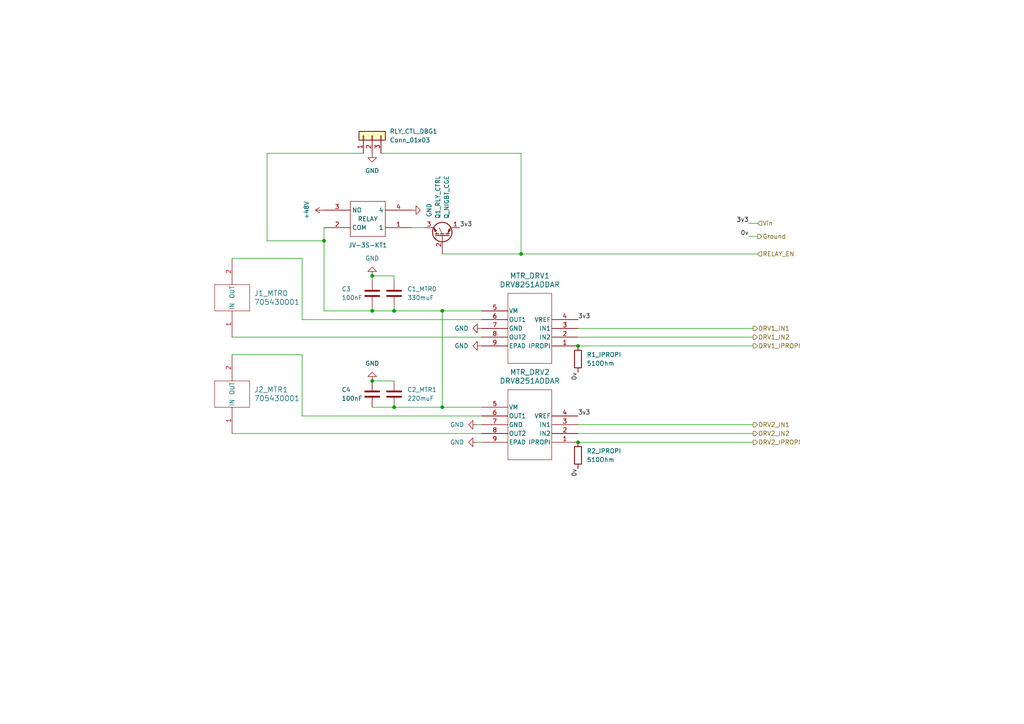
<source format=kicad_sch>
(kicad_sch (version 20230121) (generator eeschema)
  (paper "A4")
  (title_block (title "Motor driver assembly") (rev "1.1"))
  (lib_symbols
    (symbol "70543-0001:705430001" (pin_names (offset 0.254))
      (property "Reference" "J" (at 0 8.89 0))
      (property "Value" "705430001" (at 0 6.35 0))
      (symbol "705430001_0_1"
        (polyline (pts (xy -3.81 -5.08) (xy 3.81 -5.08)) (stroke (width 0.127)))
        (polyline (pts (xy -3.81 5.08) (xy -3.81 -5.08)) (stroke (width 0.127)))
        (polyline (pts (xy 3.81 -5.08) (xy 3.81 5.08)) (stroke (width 0.127)))
        (polyline (pts (xy 3.81 5.08) (xy -3.81 5.08)) (stroke (width 0.127)))
      )
      (symbol "705430001_1_1"
        (pin bidirectional line (at -11.43 0 0) (length 7.62) (name "IN") (number "1"))
        (pin bidirectional line (at 11.43 0 180) (length 7.62) (name "OUT") (number "2"))
      )
    )
    (symbol "705430001_1" (pin_names (offset 0.254))
      (property "Reference" "J" (at 0 8.89 0))
      (property "Value" "705430001" (at 0 6.35 0))
      (symbol "705430001_1_0_1"
        (polyline (pts (xy -3.81 -5.08) (xy 3.81 -5.08)) (stroke (width 0.127)))
        (polyline (pts (xy -3.81 5.08) (xy -3.81 -5.08)) (stroke (width 0.127)))
        (polyline (pts (xy 3.81 -5.08) (xy 3.81 5.08)) (stroke (width 0.127)))
        (polyline (pts (xy 3.81 5.08) (xy -3.81 5.08)) (stroke (width 0.127)))
      )
      (symbol "705430001_1_1_1"
        (pin bidirectional line (at -11.43 0 0) (length 7.62) (name "IN") (number "1"))
        (pin bidirectional line (at 11.43 0 180) (length 7.62) (name "OUT") (number "2"))
      )
    )
    (symbol "Connector_Generic:Conn_01x03" (pin_names (offset 1.016) hide)
      (property "Reference" "J" (at 0 5.08 0))
      (property "Value" "Conn_01x03" (at 0 -5.08 0))
      (symbol "Conn_01x03_1_1"
        (rectangle (start -1.27 -2.413) (end 0 -2.667) (stroke (width 0.1524)))
        (rectangle (start -1.27 0.127) (end 0 -0.127) (stroke (width 0.1524)))
        (rectangle (start -1.27 2.667) (end 0 2.413) (stroke (width 0.1524)))
        (rectangle (start -1.27 3.81) (end 1.27 -3.81) (stroke (width 0.254)) (fill (type background)))
        (pin passive line (at -5.08 2.54 0) (length 3.81) (name "Pin_1") (number "1"))
        (pin passive line (at -5.08 0 0) (length 3.81) (name "Pin_2") (number "2"))
        (pin passive line (at -5.08 -2.54 0) (length 3.81) (name "Pin_3") (number "3"))
      )
    )
    (symbol "DRV8251A:DRV8251ADDAR" (pin_names (offset 0.254))
      (property "Reference" "U" (at 0 13.97 0))
      (property "Value" "DRV8251ADDAR" (at 0 11.43 0))
      (symbol "DRV8251ADDAR_0_1"
        (polyline (pts (xy 2.54 -11.43) (xy 15.24 -11.43)) (stroke (width 0.127)))
        (polyline (pts (xy 2.54 8.89) (xy 2.54 -11.43)) (stroke (width 0.127)))
        (polyline (pts (xy 15.24 -11.43) (xy 15.24 8.89)) (stroke (width 0.127)))
        (polyline (pts (xy 15.24 8.89) (xy 2.54 8.89)) (stroke (width 0.127)))
        (pin power_out line (at -5.08 3.81 0) (length 7.62) (name "IPROPI") (number "1"))
        (pin input line (at -5.08 1.27 0) (length 7.62) (name "IN2") (number "2"))
        (pin input line (at -5.08 -1.27 0) (length 7.62) (name "IN1") (number "3"))
        (pin power_in line (at -5.08 -3.81 0) (length 7.62) (name "VREF") (number "4"))
        (pin power_in line (at 22.86 -6.35 180) (length 7.62) (name "VM") (number "5"))
        (pin bidirectional line (at 22.86 -3.81 180) (length 7.62) (name "OUT1") (number "6"))
        (pin power_out line (at 22.86 -1.27 180) (length 7.62) (name "GND") (number "7"))
        (pin bidirectional line (at 22.86 1.27 180) (length 7.62) (name "OUT2") (number "8"))
        (pin power_out line (at 22.86 3.81 180) (length 7.62) (name "EPAD") (number "9"))
      )
    )
    (symbol "DRV8251ADDAR_2" (pin_names (offset 0.254))
      (property "Reference" "U4_MTR1" (at 8.89 -16.51 0))
      (property "Value" "DRV8251ADDAR" (at 8.89 -13.97 0))
      (symbol "DRV8251ADDAR_2_0_1"
        (polyline (pts (xy 2.54 -11.43) (xy 15.24 -11.43)) (stroke (width 0.127)))
        (polyline (pts (xy 2.54 8.89) (xy 2.54 -11.43)) (stroke (width 0.127)))
        (polyline (pts (xy 15.24 -11.43) (xy 15.24 8.89)) (stroke (width 0.127)))
        (polyline (pts (xy 15.24 8.89) (xy 2.54 8.89)) (stroke (width 0.127)))
        (pin input line (at -5.08 1.27 0) (length 7.62) (name "IN2") (number "2"))
        (pin input line (at -5.08 -1.27 0) (length 7.62) (name "IN1") (number "3"))
        (pin power_in line (at -5.08 -3.81 0) (length 7.62) (name "VREF") (number "4"))
        (pin power_in line (at 22.86 -6.35 180) (length 7.62) (name "VM") (number "5"))
        (pin power_out line (at 22.86 -1.27 180) (length 7.62) (name "GND") (number "7"))
        (pin power_out line (at 22.86 3.81 180) (length 7.62) (name "EPAD") (number "9"))
      )
      (symbol "DRV8251ADDAR_2_1_1"
        (pin power_out line (at -5.08 3.81 0) (length 7.62) (name "IPROPI") (number "1"))
        (pin bidirectional line (at 22.86 -3.81 180) (length 7.62) (name "OUT1") (number "6"))
        (pin bidirectional line (at 22.86 1.27 180) (length 7.62) (name "OUT2") (number "8"))
      )
    )
    (symbol "Device:C" (pin_numbers hide) (pin_names (offset 0.254))
      (property "Reference" "C" (at 0.635 2.54 0))
      (property "Value" "C" (at 0.635 -2.54 0))
      (symbol "C_0_1"
        (polyline (pts (xy -2.032 -0.762) (xy 2.032 -0.762)) (stroke (width 0.508)))
        (polyline (pts (xy -2.032 0.762) (xy 2.032 0.762)) (stroke (width 0.508)))
      )
      (symbol "C_1_1"
        (pin passive line (at 0 3.81 270) (length 2.794) (name "~") (number "1"))
        (pin passive line (at 0 -3.81 90) (length 2.794) (name "~") (number "2"))
      )
    )
    (symbol "Device:Q_NIGBT_CGE" (pin_names (offset 0) hide)
      (property "Reference" "Q" (at 5.08 1.27 0))
      (property "Value" "Q_NIGBT_CGE" (at 5.08 -1.27 0))
      (symbol "Q_NIGBT_CGE_0_1"
        (polyline (pts (xy 0.762 -1.016) (xy 0.762 -2.032)) (stroke (width 0.254)))
        (polyline (pts (xy 0.762 0.508) (xy 0.762 -0.508)) (stroke (width 0.254)))
        (polyline (pts (xy 0.762 2.032) (xy 0.762 1.016)) (stroke (width 0.254)))
        (polyline (pts (xy 2.54 -2.413) (xy 0.762 -1.524)))
        (polyline (pts (xy 2.54 -0.889) (xy 0.762 0)))
        (polyline (pts (xy 2.54 2.413) (xy 0.762 1.524)))
        (polyline (pts (xy 0.254 1.905) (xy 0.254 -1.905) (xy 0.254 -1.905)) (stroke (width 0.254)))
        (polyline (pts (xy 1.397 -2.159) (xy 1.651 -1.651) (xy 2.54 -2.413) (xy 1.397 -2.159)) (fill (type outline)))
        (polyline (pts (xy 2.159 1.905) (xy 1.905 2.413) (xy 1.016 1.651) (xy 2.159 1.905)) (fill (type outline)))
        (circle (center 1.27 0) (radius 2.8194) (stroke (width 0.254)))
      )
      (symbol "Q_NIGBT_CGE_1_1"
        (pin passive line (at 2.54 5.08 270) (length 2.54) (name "C") (number "1"))
        (pin input line (at -5.08 0 0) (length 5.334) (name "G") (number "2"))
        (pin passive line (at 2.54 -5.08 90) (length 2.54) (name "E") (number "3"))
      )
    )
    (symbol "Device:R" (pin_numbers hide) (pin_names (offset 0))
      (property "Reference" "R" (at 2.032 0 90))
      (property "Value" "R" (at 0 0 90))
      (symbol "R_0_1"
        (rectangle (start -1.016 -2.54) (end 1.016 2.54) (stroke (width 0.254)))
      )
      (symbol "R_1_1"
        (pin passive line (at 0 3.81 270) (length 1.27) (name "~") (number "1"))
        (pin passive line (at 0 -3.81 90) (length 1.27) (name "~") (number "2"))
      )
    )
    (symbol "JV-3S-KT:JV-3S-KT"
      (property "Reference" "JV-3S-KT1" (at 0 7.62 0))
      (property "Value" "RELAY" (at 0 0 0))
      (symbol "JV-3S-KT_0_1"
        (rectangle (start -5.08 5.08) (end 5.08 -5.08))
        (rectangle (start -2.54 0) (end -2.54 0))
        (rectangle (start -2.54 0) (end -2.54 0))
      )
      (symbol "JV-3S-KT_1_1"
        (pin power_in line (at -12.7 2.54 0) (length 7.62) (name "1") (number "1"))
        (pin output line (at 12.7 2.54 180) (length 7.62) (name "COM") (number "2"))
        (pin input line (at 12.7 -2.54 180) (length 7.62) (name "NO") (number "3"))
        (pin power_out line (at -12.7 -2.54 0) (length 7.62) (name "4") (number "4"))
      )
    )
    (symbol "power:+48V" (power) (pin_names (offset 0))
      (property "Value" "+48V" (at 0 3.556 0))
      (symbol "+48V_0_1"
        (polyline (pts (xy -0.762 1.27) (xy 0 2.54)))
        (polyline (pts (xy 0 0) (xy 0 2.54)))
        (polyline (pts (xy 0 2.54) (xy 0.762 1.27)))
      )
      (symbol "+48V_1_1"
        (pin power_in line (at 0 0 90) (length 0) hide (name "+48V") (number "1"))
      )
    )
    (symbol "power:GND" (power) (pin_names (offset 0))
      (property "Value" "GND" (at 0 -3.81 0))
      (symbol "GND_0_1"
        (polyline (pts (xy 0 0) (xy 0 -1.27) (xy 1.27 -1.27) (xy 0 -2.54) (xy -1.27 -1.27) (xy 0 -1.27)))
      )
      (symbol "GND_1_1"
        (pin power_in line (at 0 0 270) (length 0) hide (name "GND") (number "1"))
      )
    )
  )
  (junction (at 114.3 118.11))
  (junction (at 167.64 128.27))
  (junction (at 167.64 100.33))
  (junction (at 93.98 69.85))
  (junction (at 107.95 110.49))
  (junction (at 107.95 80.01))
  (junction (at 151.13 73.66))
  (junction (at 114.3 90.17))
  (junction (at 128.27 118.11))
  (junction (at 107.95 90.17))
  (junction (at 128.27 90.17))
  (wire (pts (xy 114.3 88.9) (xy 114.3 90.17)))
  (wire (pts (xy 77.47 44.45) (xy 77.47 69.85)))
  (wire (pts (xy 87.63 92.71) (xy 87.63 74.93)))
  (wire (pts (xy 114.3 90.17) (xy 128.27 90.17)))
  (wire (pts (xy 167.64 128.27) (xy 218.44 128.27)))
  (wire (pts (xy 114.3 81.28) (xy 114.3 80.01)))
  (wire (pts (xy 110.49 44.45) (xy 151.13 44.45)))
  (wire (pts (xy 93.98 90.17) (xy 107.95 90.17)))
  (wire (pts (xy 167.64 100.33) (xy 218.44 100.33)))
  (wire (pts (xy 93.98 69.85) (xy 93.98 90.17)))
  (wire (pts (xy 217.17 68.58) (xy 219.71 68.58)))
  (wire (pts (xy 138.43 128.27) (xy 139.7 128.27)))
  (wire (pts (xy 87.63 120.65) (xy 139.7 120.65)))
  (wire (pts (xy 114.3 118.11) (xy 128.27 118.11)))
  (wire (pts (xy 105.41 44.45) (xy 77.47 44.45)))
  (wire (pts (xy 123.19 66.04) (xy 119.38 66.04)))
  (wire (pts (xy 167.64 125.73) (xy 218.44 125.73)))
  (wire (pts (xy 107.95 80.01) (xy 114.3 80.01)))
  (wire (pts (xy 67.31 97.79) (xy 139.7 97.79)))
  (wire (pts (xy 151.13 44.45) (xy 151.13 73.66)))
  (wire (pts (xy 67.31 125.73) (xy 139.7 125.73)))
  (wire (pts (xy 107.95 81.28) (xy 107.95 80.01)))
  (wire (pts (xy 107.95 88.9) (xy 107.95 90.17)))
  (wire (pts (xy 128.27 118.11) (xy 139.7 118.11)))
  (wire (pts (xy 167.64 95.25) (xy 218.44 95.25)))
  (wire (pts (xy 167.64 97.79) (xy 218.44 97.79)))
  (wire (pts (xy 87.63 74.93) (xy 67.31 74.93)))
  (wire (pts (xy 107.95 110.49) (xy 114.3 110.49)))
  (wire (pts (xy 128.27 73.66) (xy 151.13 73.66)))
  (wire (pts (xy 87.63 102.87) (xy 87.63 120.65)))
  (wire (pts (xy 217.17 64.77) (xy 219.71 64.77)))
  (wire (pts (xy 77.47 69.85) (xy 93.98 69.85)))
  (wire (pts (xy 114.3 90.17) (xy 107.95 90.17)))
  (wire (pts (xy 93.98 66.04) (xy 93.98 69.85)))
  (wire (pts (xy 138.43 123.19) (xy 139.7 123.19)))
  (wire (pts (xy 107.95 118.11) (xy 114.3 118.11)))
  (wire (pts (xy 167.64 123.19) (xy 218.44 123.19)))
  (wire (pts (xy 87.63 92.71) (xy 139.7 92.71)))
  (wire (pts (xy 67.31 102.87) (xy 87.63 102.87)))
  (wire (pts (xy 128.27 90.17) (xy 128.27 118.11)))
  (wire (pts (xy 139.7 90.17) (xy 128.27 90.17)))
  (wire (pts (xy 151.13 73.66) (xy 219.71 73.66)))
  (label "0v" (at 217.17 68.58 180))
  (label "3v3" (at 167.64 120.65 0))
  (label "3v3" (at 133.35 66.04 0))
  (label "3v3" (at 217.17 64.77 180))
  (label "0v" (at 167.64 135.89 270))
  (label "3v3" (at 167.64 92.71 0))
  (label "0v" (at 167.64 107.95 270))
  (hierarchical_label "RELAY_EN" (shape input) (at 219.71 73.66 0))
  (hierarchical_label "DRV1_IN1" (shape output) (at 218.44 95.25 0))
  (hierarchical_label "Ground" (shape output) (at 219.71 68.58 0))
  (hierarchical_label "DRV2_IN2" (shape output) (at 218.44 125.73 0))
  (hierarchical_label "DRV1_IPROPI" (shape output) (at 218.44 100.33 0))
  (hierarchical_label "Vin" (shape input) (at 219.71 64.77 0))
  (hierarchical_label "DRV1_IN2" (shape output) (at 218.44 97.79 0))
  (hierarchical_label "DRV2_IPROPI" (shape output) (at 218.44 128.27 0))
  (hierarchical_label "DRV2_IN1" (shape output) (at 218.44 123.19 0))
  (symbol (lib_id "Device:R") (at 167.64 104.14 0) (unit 1)
    (property "Reference" "R1_IPROPI" (at 170.18 102.87 0) (effects (justify left)))
    (property "Value" "510Ohm" (at 170.18 105.41 0) (effects (justify left)))
    (property "Footprint" "Resistor_SMD:R_0805_2012Metric" (effects hide))
    (instances (project "shoulder" (path "" (reference "R1_IPROPI") (unit 1)) (path "" (reference "R_IPROPI1") (unit 1))) (project "shoulder" (path "" (reference "R1_IPROPI1") (unit 1))))
  )
  (symbol (lib_id "Device:C") (at 114.3 114.3 0) (unit 1)
    (property "Reference" "C2_MTR1" (at 118.11 113.03 0) (effects (justify left)))
    (property "Value" "220muF" (at 118.11 115.57 0) (effects (justify left)))
    (property "Footprint" "Capacitor_THT:CP_Radial_D10.0mm_P5.00mm" (effects hide))
    (instances (project "shoulder" (path "" (reference "C2_MTR1") (unit 1)) (path "" (reference "C_MTR2") (unit 1))) (project "shoulder" (path "" (reference "C2_MTR1") (unit 1))))
  )
  (symbol (lib_id "power:GND") (at 119.38 60.96 90) (unit 1)
    (property "Reference" "#PWR06" (effects hide))
    (property "Value" "GND" (at 124.46 60.96 0))
    (instances (project "shoulder" (path "" (reference "#PWR06") (unit 1)) (path "" (reference "#PWR058") (unit 1))) (project "shoulder" (path "" (reference "#PWR07") (unit 1))))
  )
  (symbol (lib_id "power:GND") (at 139.7 100.33 270) (unit 1)
    (property "Reference" "#PWR02" (effects hide))
    (property "Value" "GND" (at 135.89 100.33 90) (effects (justify right)))
    (instances (project "shoulder" (path "" (reference "#PWR02") (unit 1)) (path "" (reference "#PWR063") (unit 1))) (project "shoulder" (path "" (reference "#PWR012") (unit 1))))
  )
  (symbol (lib_id "Device:C") (at 114.3 85.09 0) (unit 1)
    (property "Reference" "C1_MTR0" (at 118.11 83.82 0) (effects (justify left)))
    (property "Value" "330muF" (at 118.11 86.36 0) (effects (justify left)))
    (property "Footprint" "Capacitor_THT:CP_Radial_D16.0mm_P7.50mm" (effects hide))
    (instances (project "shoulder" (path "" (reference "C1_MTR0") (unit 1)) (path "" (reference "C_MTR1") (unit 1))) (project "shoulder" (path "" (reference "C1_MTR1") (unit 1))))
  )
  (symbol (lib_name "DRV8251ADDAR_2") (lib_id "DRV8251A:DRV8251ADDAR") (at 162.56 124.46 180) (unit 1)
    (property "Reference" "MTR_DRV2" (at 153.67 107.95 0) (effects (font (size 1.524 1.524))))
    (property "Value" "DRV8251ADDAR" (at 153.67 110.49 0) (effects (font (size 1.524 1.524))))
    (property "Footprint" "DRV8251A:SOIC8_DDA_TEX" (effects hide))
    (property "Datasheet" "DRV8251ADDAR" (effects hide))
  )
  (symbol (lib_id "JV-3S-KT:JV-3S-KT") (at 106.68 63.5 180) (unit 1)
    (property "Reference" "JV-3S-KT1" (at 106.68 71.12 0))
    (property "Value" "RELAY" (at 106.68 63.5 0))
    (property "Footprint" "JV-3S-KT:JV-3S-KT" (effects hide))
  )
  (symbol (lib_id "DRV8251A:DRV8251ADDAR") (at 162.56 96.52 180) (unit 1)
    (property "Reference" "MTR_DRV1" (at 153.67 80.01 0) (effects (font (size 1.524 1.524))))
    (property "Value" "DRV8251ADDAR" (at 153.67 82.55 0) (effects (font (size 1.524 1.524))))
    (property "Footprint" "SOIC8_DDA_TEX" (effects hide))
    (property "Datasheet" "DRV8251ADDAR" (effects hide))
  )
  (symbol (lib_id "Device:C") (at 107.95 114.3 0) (unit 1)
    (property "Reference" "C4" (at 99.06 113.03 0) (effects (justify left)))
    (property "Value" "100nF" (at 99.06 115.57 0) (effects (justify left)))
    (property "Footprint" "Capacitor_SMD:C_0603_1608Metric" (effects hide))
    (instances (project "shoulder" (path "" (reference "C4") (unit 1)) (path "" (reference "C14") (unit 1))) (project "shoulder" (path "" (reference "C4") (unit 1))))
  )
  (symbol (lib_id "Device:Q_NIGBT_CGE") (at 128.27 68.58 270) (mirror x) (unit 1)
    (property "Reference" "Q1_RLY_CTRL" (at 127 63.5 0) (effects (justify left)))
    (property "Value" "Q_NIGBT_CGE" (at 129.54 63.5 0) (effects (justify left)))
    (property "Footprint" "Package_TO_SOT_THT:TO-92" (effects hide))
    (instances (project "shoulder" (path "" (reference "Q1_RLY_CTRL") (unit 1)) (path "" (reference "RLY_CTRL1") (unit 1))) (project "shoulder" (path "" (reference "Q1_RLY_CTRL1") (unit 1))))
  )
  (symbol (lib_id "70543-0001:705430001") (at 67.31 114.3 90) (unit 1)
    (property "Reference" "J2_MTR1" (at 73.66 113.03 90) (effects (font (size 1.524 1.524)) (justify right)))
    (property "Value" "705430001" (at 73.66 115.57 90) (effects (font (size 1.524 1.524)) (justify right)))
    (property "Footprint" "70543-0001:70543-0001_MOL" (effects hide))
    (property "Datasheet" "705430001" (effects hide))
    (instances (project "shoulder" (path "" (reference "J2_MTR1") (unit 1)) (path "" (reference "MTR2") (unit 1))) (project "shoulder" (path "" (reference "J2_MTR1") (unit 1))))
  )
  (symbol (lib_name "705430001_1") (lib_id "70543-0001:705430001") (at 67.31 86.36 90) (unit 1)
    (property "Reference" "J1_MTR0" (at 73.66 85.09 90) (effects (font (size 1.524 1.524)) (justify right)))
    (property "Value" "705430001" (at 73.66 87.63 90) (effects (font (size 1.524 1.524)) (justify right)))
    (property "Footprint" "70543-0001:70543-0001_MOL" (effects hide))
    (property "Datasheet" "705430001" (effects hide))
    (instances (project "shoulder" (path "" (reference "J1_MTR0") (unit 1)) (path "" (reference "MTR1") (unit 1))) (project "shoulder" (path "" (reference "J1_MTR1") (unit 1))))
  )
  (symbol (lib_id "power:GND") (at 107.95 110.49 180) (unit 1)
    (property "Reference" "#PWR03" (effects hide))
    (property "Value" "GND" (at 107.95 105.41 0))
    (instances (project "shoulder" (path "" (reference "#PWR03") (unit 1)) (path "" (reference "#PWR057") (unit 1))) (project "shoulder" (path "" (reference "#PWR06") (unit 1))))
  )
  (symbol (lib_id "Device:R") (at 167.64 132.08 0) (unit 1)
    (property "Reference" "R2_IPROPI" (at 170.18 130.81 0) (effects (justify left)))
    (property "Value" "510Ohm" (at 170.18 133.35 0) (effects (justify left)))
    (property "Footprint" "Resistor_SMD:R_0805_2012Metric" (effects hide))
    (instances (project "shoulder" (path "" (reference "R2_IPROPI") (unit 1)) (path "" (reference "R_IPROPI2") (unit 1))) (project "shoulder" (path "" (reference "R2_IPROPI1") (unit 1))))
  )
  (symbol (lib_id "power:GND") (at 138.43 128.27 270) (unit 1)
    (property "Reference" "#PWR04" (effects hide))
    (property "Value" "GND" (at 134.62 128.27 90) (effects (justify right)))
    (instances (project "shoulder" (path "" (reference "#PWR04") (unit 1)) (path "" (reference "#PWR061") (unit 1))) (project "shoulder" (path "" (reference "#PWR010") (unit 1))))
  )
  (symbol (lib_id "Device:C") (at 107.95 85.09 0) (unit 1)
    (property "Reference" "C3" (at 99.06 83.82 0) (effects (justify left)))
    (property "Value" "100nF" (at 99.06 86.36 0) (effects (justify left)))
    (property "Footprint" "Capacitor_SMD:C_0603_1608Metric" (effects hide))
    (instances (project "shoulder" (path "" (reference "C3") (unit 1)) (path "" (reference "C13") (unit 1))) (project "shoulder" (path "" (reference "C3") (unit 1))))
  )
  (symbol (lib_id "power:+48V") (at 93.98 60.96 90) (unit 1)
    (property "Reference" "#PWR08" (effects hide))
    (property "Value" "+48V" (at 88.9 60.96 0))
    (instances (project "shoulder" (path "" (reference "#PWR08") (unit 1)) (path "" (reference "#PWR054") (unit 1))) (project "shoulder" (path "" (reference "#PWR03") (unit 1))))
  )
  (symbol (lib_id "power:GND") (at 138.43 123.19 270) (unit 1)
    (property "Reference" "#PWR04" (effects hide))
    (property "Value" "GND" (at 134.62 123.19 90) (effects (justify right)))
    (instances (project "shoulder" (path "" (reference "#PWR04") (unit 1)) (path "" (reference "#PWR060") (unit 1))) (project "shoulder" (path "" (reference "#PWR09") (unit 1))))
  )
  (symbol (lib_id "Connector_Generic:Conn_01x03") (at 107.95 39.37 90) (unit 1)
    (property "Reference" "RLY_CTL_DBG1" (at 113.03 38.1 90) (effects (justify right)))
    (property "Value" "Conn_01x03" (at 113.03 40.64 90) (effects (justify right)))
    (property "Footprint" "Connector_PinHeader_2.54mm:PinHeader_1x03_P2.54mm_Vertical" (effects hide))
  )
  (symbol (lib_id "power:GND") (at 107.95 44.45 0) (unit 1)
    (property "Reference" "#PWR06" (effects hide))
    (property "Value" "GND" (at 107.95 49.53 0))
    (instances (project "shoulder" (path "" (reference "#PWR06") (unit 1)) (path "" (reference "#PWR055") (unit 1))) (project "shoulder" (path "" (reference "#PWR04") (unit 1))))
  )
  (symbol (lib_id "power:GND") (at 107.95 80.01 180) (unit 1)
    (property "Reference" "#PWR01" (effects hide))
    (property "Value" "GND" (at 107.95 74.93 0))
    (instances (project "shoulder" (path "" (reference "#PWR01") (unit 1)) (path "" (reference "#PWR056") (unit 1))) (project "shoulder" (path "" (reference "#PWR05") (unit 1))))
  )
  (symbol (lib_id "power:GND") (at 139.7 95.25 270) (unit 1)
    (property "Reference" "#PWR02" (effects hide))
    (property "Value" "GND" (at 135.89 95.25 90) (effects (justify right)))
    (instances (project "shoulder" (path "" (reference "#PWR02") (unit 1)) (path "" (reference "#PWR062") (unit 1))) (project "shoulder" (path "" (reference "#PWR011") (unit 1))))
  )
)
</source>
